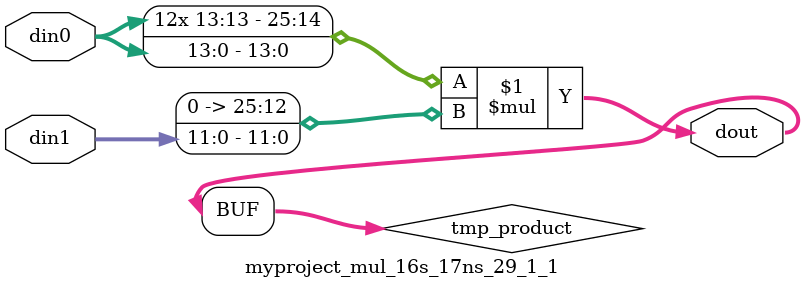
<source format=v>

`timescale 1 ns / 1 ps

  module myproject_mul_16s_17ns_29_1_1(din0, din1, dout);
parameter ID = 1;
parameter NUM_STAGE = 0;
parameter din0_WIDTH = 14;
parameter din1_WIDTH = 12;
parameter dout_WIDTH = 26;

input [din0_WIDTH - 1 : 0] din0; 
input [din1_WIDTH - 1 : 0] din1; 
output [dout_WIDTH - 1 : 0] dout;

wire signed [dout_WIDTH - 1 : 0] tmp_product;












assign tmp_product = $signed(din0) * $signed({1'b0, din1});









assign dout = tmp_product;







endmodule

</source>
